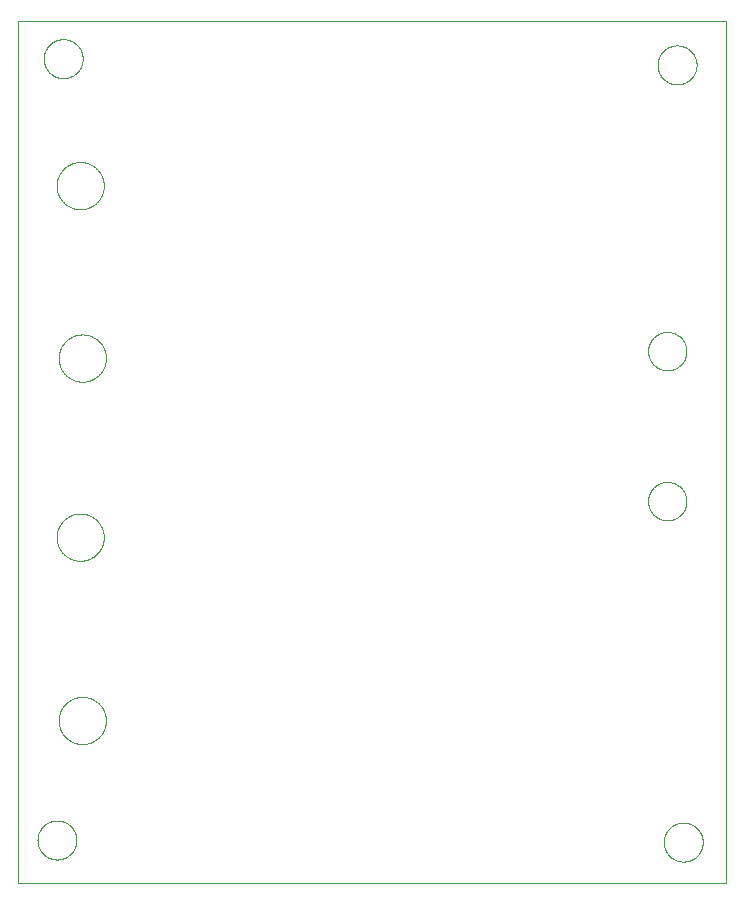
<source format=gtp>
G75*
%MOIN*%
%OFA0B0*%
%FSLAX25Y25*%
%IPPOS*%
%LPD*%
%AMOC8*
5,1,8,0,0,1.08239X$1,22.5*
%
%ADD10C,0.00000*%
D10*
X0005157Y0001000D02*
X0005157Y0288402D01*
X0241378Y0288402D01*
X0241378Y0001000D01*
X0005157Y0001000D01*
X0011748Y0015469D02*
X0011750Y0015630D01*
X0011756Y0015790D01*
X0011766Y0015951D01*
X0011780Y0016111D01*
X0011798Y0016271D01*
X0011819Y0016430D01*
X0011845Y0016589D01*
X0011875Y0016747D01*
X0011908Y0016904D01*
X0011946Y0017061D01*
X0011987Y0017216D01*
X0012032Y0017370D01*
X0012081Y0017523D01*
X0012134Y0017675D01*
X0012190Y0017826D01*
X0012251Y0017975D01*
X0012314Y0018123D01*
X0012382Y0018269D01*
X0012453Y0018413D01*
X0012527Y0018555D01*
X0012605Y0018696D01*
X0012687Y0018834D01*
X0012772Y0018971D01*
X0012860Y0019105D01*
X0012952Y0019237D01*
X0013047Y0019367D01*
X0013145Y0019495D01*
X0013246Y0019620D01*
X0013350Y0019742D01*
X0013457Y0019862D01*
X0013567Y0019979D01*
X0013680Y0020094D01*
X0013796Y0020205D01*
X0013915Y0020314D01*
X0014036Y0020419D01*
X0014160Y0020522D01*
X0014286Y0020622D01*
X0014414Y0020718D01*
X0014545Y0020811D01*
X0014679Y0020901D01*
X0014814Y0020988D01*
X0014952Y0021071D01*
X0015091Y0021151D01*
X0015233Y0021227D01*
X0015376Y0021300D01*
X0015521Y0021369D01*
X0015668Y0021435D01*
X0015816Y0021497D01*
X0015966Y0021555D01*
X0016117Y0021610D01*
X0016270Y0021661D01*
X0016424Y0021708D01*
X0016579Y0021751D01*
X0016735Y0021790D01*
X0016891Y0021826D01*
X0017049Y0021857D01*
X0017207Y0021885D01*
X0017366Y0021909D01*
X0017526Y0021929D01*
X0017686Y0021945D01*
X0017846Y0021957D01*
X0018007Y0021965D01*
X0018168Y0021969D01*
X0018328Y0021969D01*
X0018489Y0021965D01*
X0018650Y0021957D01*
X0018810Y0021945D01*
X0018970Y0021929D01*
X0019130Y0021909D01*
X0019289Y0021885D01*
X0019447Y0021857D01*
X0019605Y0021826D01*
X0019761Y0021790D01*
X0019917Y0021751D01*
X0020072Y0021708D01*
X0020226Y0021661D01*
X0020379Y0021610D01*
X0020530Y0021555D01*
X0020680Y0021497D01*
X0020828Y0021435D01*
X0020975Y0021369D01*
X0021120Y0021300D01*
X0021263Y0021227D01*
X0021405Y0021151D01*
X0021544Y0021071D01*
X0021682Y0020988D01*
X0021817Y0020901D01*
X0021951Y0020811D01*
X0022082Y0020718D01*
X0022210Y0020622D01*
X0022336Y0020522D01*
X0022460Y0020419D01*
X0022581Y0020314D01*
X0022700Y0020205D01*
X0022816Y0020094D01*
X0022929Y0019979D01*
X0023039Y0019862D01*
X0023146Y0019742D01*
X0023250Y0019620D01*
X0023351Y0019495D01*
X0023449Y0019367D01*
X0023544Y0019237D01*
X0023636Y0019105D01*
X0023724Y0018971D01*
X0023809Y0018834D01*
X0023891Y0018696D01*
X0023969Y0018555D01*
X0024043Y0018413D01*
X0024114Y0018269D01*
X0024182Y0018123D01*
X0024245Y0017975D01*
X0024306Y0017826D01*
X0024362Y0017675D01*
X0024415Y0017523D01*
X0024464Y0017370D01*
X0024509Y0017216D01*
X0024550Y0017061D01*
X0024588Y0016904D01*
X0024621Y0016747D01*
X0024651Y0016589D01*
X0024677Y0016430D01*
X0024698Y0016271D01*
X0024716Y0016111D01*
X0024730Y0015951D01*
X0024740Y0015790D01*
X0024746Y0015630D01*
X0024748Y0015469D01*
X0024746Y0015308D01*
X0024740Y0015148D01*
X0024730Y0014987D01*
X0024716Y0014827D01*
X0024698Y0014667D01*
X0024677Y0014508D01*
X0024651Y0014349D01*
X0024621Y0014191D01*
X0024588Y0014034D01*
X0024550Y0013877D01*
X0024509Y0013722D01*
X0024464Y0013568D01*
X0024415Y0013415D01*
X0024362Y0013263D01*
X0024306Y0013112D01*
X0024245Y0012963D01*
X0024182Y0012815D01*
X0024114Y0012669D01*
X0024043Y0012525D01*
X0023969Y0012383D01*
X0023891Y0012242D01*
X0023809Y0012104D01*
X0023724Y0011967D01*
X0023636Y0011833D01*
X0023544Y0011701D01*
X0023449Y0011571D01*
X0023351Y0011443D01*
X0023250Y0011318D01*
X0023146Y0011196D01*
X0023039Y0011076D01*
X0022929Y0010959D01*
X0022816Y0010844D01*
X0022700Y0010733D01*
X0022581Y0010624D01*
X0022460Y0010519D01*
X0022336Y0010416D01*
X0022210Y0010316D01*
X0022082Y0010220D01*
X0021951Y0010127D01*
X0021817Y0010037D01*
X0021682Y0009950D01*
X0021544Y0009867D01*
X0021405Y0009787D01*
X0021263Y0009711D01*
X0021120Y0009638D01*
X0020975Y0009569D01*
X0020828Y0009503D01*
X0020680Y0009441D01*
X0020530Y0009383D01*
X0020379Y0009328D01*
X0020226Y0009277D01*
X0020072Y0009230D01*
X0019917Y0009187D01*
X0019761Y0009148D01*
X0019605Y0009112D01*
X0019447Y0009081D01*
X0019289Y0009053D01*
X0019130Y0009029D01*
X0018970Y0009009D01*
X0018810Y0008993D01*
X0018650Y0008981D01*
X0018489Y0008973D01*
X0018328Y0008969D01*
X0018168Y0008969D01*
X0018007Y0008973D01*
X0017846Y0008981D01*
X0017686Y0008993D01*
X0017526Y0009009D01*
X0017366Y0009029D01*
X0017207Y0009053D01*
X0017049Y0009081D01*
X0016891Y0009112D01*
X0016735Y0009148D01*
X0016579Y0009187D01*
X0016424Y0009230D01*
X0016270Y0009277D01*
X0016117Y0009328D01*
X0015966Y0009383D01*
X0015816Y0009441D01*
X0015668Y0009503D01*
X0015521Y0009569D01*
X0015376Y0009638D01*
X0015233Y0009711D01*
X0015091Y0009787D01*
X0014952Y0009867D01*
X0014814Y0009950D01*
X0014679Y0010037D01*
X0014545Y0010127D01*
X0014414Y0010220D01*
X0014286Y0010316D01*
X0014160Y0010416D01*
X0014036Y0010519D01*
X0013915Y0010624D01*
X0013796Y0010733D01*
X0013680Y0010844D01*
X0013567Y0010959D01*
X0013457Y0011076D01*
X0013350Y0011196D01*
X0013246Y0011318D01*
X0013145Y0011443D01*
X0013047Y0011571D01*
X0012952Y0011701D01*
X0012860Y0011833D01*
X0012772Y0011967D01*
X0012687Y0012104D01*
X0012605Y0012242D01*
X0012527Y0012383D01*
X0012453Y0012525D01*
X0012382Y0012669D01*
X0012314Y0012815D01*
X0012251Y0012963D01*
X0012190Y0013112D01*
X0012134Y0013263D01*
X0012081Y0013415D01*
X0012032Y0013568D01*
X0011987Y0013722D01*
X0011946Y0013877D01*
X0011908Y0014034D01*
X0011875Y0014191D01*
X0011845Y0014349D01*
X0011819Y0014508D01*
X0011798Y0014667D01*
X0011780Y0014827D01*
X0011766Y0014987D01*
X0011756Y0015148D01*
X0011750Y0015308D01*
X0011748Y0015469D01*
X0018799Y0055311D02*
X0018801Y0055504D01*
X0018808Y0055697D01*
X0018820Y0055890D01*
X0018837Y0056083D01*
X0018858Y0056275D01*
X0018884Y0056466D01*
X0018915Y0056657D01*
X0018950Y0056847D01*
X0018990Y0057036D01*
X0019035Y0057224D01*
X0019084Y0057411D01*
X0019138Y0057597D01*
X0019196Y0057781D01*
X0019259Y0057964D01*
X0019327Y0058145D01*
X0019398Y0058324D01*
X0019475Y0058502D01*
X0019555Y0058678D01*
X0019640Y0058851D01*
X0019729Y0059023D01*
X0019822Y0059192D01*
X0019919Y0059359D01*
X0020021Y0059524D01*
X0020126Y0059686D01*
X0020235Y0059845D01*
X0020349Y0060002D01*
X0020466Y0060155D01*
X0020586Y0060306D01*
X0020711Y0060454D01*
X0020839Y0060599D01*
X0020970Y0060740D01*
X0021105Y0060879D01*
X0021244Y0061014D01*
X0021385Y0061145D01*
X0021530Y0061273D01*
X0021678Y0061398D01*
X0021829Y0061518D01*
X0021982Y0061635D01*
X0022139Y0061749D01*
X0022298Y0061858D01*
X0022460Y0061963D01*
X0022625Y0062065D01*
X0022792Y0062162D01*
X0022961Y0062255D01*
X0023133Y0062344D01*
X0023306Y0062429D01*
X0023482Y0062509D01*
X0023660Y0062586D01*
X0023839Y0062657D01*
X0024020Y0062725D01*
X0024203Y0062788D01*
X0024387Y0062846D01*
X0024573Y0062900D01*
X0024760Y0062949D01*
X0024948Y0062994D01*
X0025137Y0063034D01*
X0025327Y0063069D01*
X0025518Y0063100D01*
X0025709Y0063126D01*
X0025901Y0063147D01*
X0026094Y0063164D01*
X0026287Y0063176D01*
X0026480Y0063183D01*
X0026673Y0063185D01*
X0026866Y0063183D01*
X0027059Y0063176D01*
X0027252Y0063164D01*
X0027445Y0063147D01*
X0027637Y0063126D01*
X0027828Y0063100D01*
X0028019Y0063069D01*
X0028209Y0063034D01*
X0028398Y0062994D01*
X0028586Y0062949D01*
X0028773Y0062900D01*
X0028959Y0062846D01*
X0029143Y0062788D01*
X0029326Y0062725D01*
X0029507Y0062657D01*
X0029686Y0062586D01*
X0029864Y0062509D01*
X0030040Y0062429D01*
X0030213Y0062344D01*
X0030385Y0062255D01*
X0030554Y0062162D01*
X0030721Y0062065D01*
X0030886Y0061963D01*
X0031048Y0061858D01*
X0031207Y0061749D01*
X0031364Y0061635D01*
X0031517Y0061518D01*
X0031668Y0061398D01*
X0031816Y0061273D01*
X0031961Y0061145D01*
X0032102Y0061014D01*
X0032241Y0060879D01*
X0032376Y0060740D01*
X0032507Y0060599D01*
X0032635Y0060454D01*
X0032760Y0060306D01*
X0032880Y0060155D01*
X0032997Y0060002D01*
X0033111Y0059845D01*
X0033220Y0059686D01*
X0033325Y0059524D01*
X0033427Y0059359D01*
X0033524Y0059192D01*
X0033617Y0059023D01*
X0033706Y0058851D01*
X0033791Y0058678D01*
X0033871Y0058502D01*
X0033948Y0058324D01*
X0034019Y0058145D01*
X0034087Y0057964D01*
X0034150Y0057781D01*
X0034208Y0057597D01*
X0034262Y0057411D01*
X0034311Y0057224D01*
X0034356Y0057036D01*
X0034396Y0056847D01*
X0034431Y0056657D01*
X0034462Y0056466D01*
X0034488Y0056275D01*
X0034509Y0056083D01*
X0034526Y0055890D01*
X0034538Y0055697D01*
X0034545Y0055504D01*
X0034547Y0055311D01*
X0034545Y0055118D01*
X0034538Y0054925D01*
X0034526Y0054732D01*
X0034509Y0054539D01*
X0034488Y0054347D01*
X0034462Y0054156D01*
X0034431Y0053965D01*
X0034396Y0053775D01*
X0034356Y0053586D01*
X0034311Y0053398D01*
X0034262Y0053211D01*
X0034208Y0053025D01*
X0034150Y0052841D01*
X0034087Y0052658D01*
X0034019Y0052477D01*
X0033948Y0052298D01*
X0033871Y0052120D01*
X0033791Y0051944D01*
X0033706Y0051771D01*
X0033617Y0051599D01*
X0033524Y0051430D01*
X0033427Y0051263D01*
X0033325Y0051098D01*
X0033220Y0050936D01*
X0033111Y0050777D01*
X0032997Y0050620D01*
X0032880Y0050467D01*
X0032760Y0050316D01*
X0032635Y0050168D01*
X0032507Y0050023D01*
X0032376Y0049882D01*
X0032241Y0049743D01*
X0032102Y0049608D01*
X0031961Y0049477D01*
X0031816Y0049349D01*
X0031668Y0049224D01*
X0031517Y0049104D01*
X0031364Y0048987D01*
X0031207Y0048873D01*
X0031048Y0048764D01*
X0030886Y0048659D01*
X0030721Y0048557D01*
X0030554Y0048460D01*
X0030385Y0048367D01*
X0030213Y0048278D01*
X0030040Y0048193D01*
X0029864Y0048113D01*
X0029686Y0048036D01*
X0029507Y0047965D01*
X0029326Y0047897D01*
X0029143Y0047834D01*
X0028959Y0047776D01*
X0028773Y0047722D01*
X0028586Y0047673D01*
X0028398Y0047628D01*
X0028209Y0047588D01*
X0028019Y0047553D01*
X0027828Y0047522D01*
X0027637Y0047496D01*
X0027445Y0047475D01*
X0027252Y0047458D01*
X0027059Y0047446D01*
X0026866Y0047439D01*
X0026673Y0047437D01*
X0026480Y0047439D01*
X0026287Y0047446D01*
X0026094Y0047458D01*
X0025901Y0047475D01*
X0025709Y0047496D01*
X0025518Y0047522D01*
X0025327Y0047553D01*
X0025137Y0047588D01*
X0024948Y0047628D01*
X0024760Y0047673D01*
X0024573Y0047722D01*
X0024387Y0047776D01*
X0024203Y0047834D01*
X0024020Y0047897D01*
X0023839Y0047965D01*
X0023660Y0048036D01*
X0023482Y0048113D01*
X0023306Y0048193D01*
X0023133Y0048278D01*
X0022961Y0048367D01*
X0022792Y0048460D01*
X0022625Y0048557D01*
X0022460Y0048659D01*
X0022298Y0048764D01*
X0022139Y0048873D01*
X0021982Y0048987D01*
X0021829Y0049104D01*
X0021678Y0049224D01*
X0021530Y0049349D01*
X0021385Y0049477D01*
X0021244Y0049608D01*
X0021105Y0049743D01*
X0020970Y0049882D01*
X0020839Y0050023D01*
X0020711Y0050168D01*
X0020586Y0050316D01*
X0020466Y0050467D01*
X0020349Y0050620D01*
X0020235Y0050777D01*
X0020126Y0050936D01*
X0020021Y0051098D01*
X0019919Y0051263D01*
X0019822Y0051430D01*
X0019729Y0051599D01*
X0019640Y0051771D01*
X0019555Y0051944D01*
X0019475Y0052120D01*
X0019398Y0052298D01*
X0019327Y0052477D01*
X0019259Y0052658D01*
X0019196Y0052841D01*
X0019138Y0053025D01*
X0019084Y0053211D01*
X0019035Y0053398D01*
X0018990Y0053586D01*
X0018950Y0053775D01*
X0018915Y0053965D01*
X0018884Y0054156D01*
X0018858Y0054347D01*
X0018837Y0054539D01*
X0018820Y0054732D01*
X0018808Y0054925D01*
X0018801Y0055118D01*
X0018799Y0055311D01*
X0018110Y0116413D02*
X0018112Y0116606D01*
X0018119Y0116799D01*
X0018131Y0116992D01*
X0018148Y0117185D01*
X0018169Y0117377D01*
X0018195Y0117568D01*
X0018226Y0117759D01*
X0018261Y0117949D01*
X0018301Y0118138D01*
X0018346Y0118326D01*
X0018395Y0118513D01*
X0018449Y0118699D01*
X0018507Y0118883D01*
X0018570Y0119066D01*
X0018638Y0119247D01*
X0018709Y0119426D01*
X0018786Y0119604D01*
X0018866Y0119780D01*
X0018951Y0119953D01*
X0019040Y0120125D01*
X0019133Y0120294D01*
X0019230Y0120461D01*
X0019332Y0120626D01*
X0019437Y0120788D01*
X0019546Y0120947D01*
X0019660Y0121104D01*
X0019777Y0121257D01*
X0019897Y0121408D01*
X0020022Y0121556D01*
X0020150Y0121701D01*
X0020281Y0121842D01*
X0020416Y0121981D01*
X0020555Y0122116D01*
X0020696Y0122247D01*
X0020841Y0122375D01*
X0020989Y0122500D01*
X0021140Y0122620D01*
X0021293Y0122737D01*
X0021450Y0122851D01*
X0021609Y0122960D01*
X0021771Y0123065D01*
X0021936Y0123167D01*
X0022103Y0123264D01*
X0022272Y0123357D01*
X0022444Y0123446D01*
X0022617Y0123531D01*
X0022793Y0123611D01*
X0022971Y0123688D01*
X0023150Y0123759D01*
X0023331Y0123827D01*
X0023514Y0123890D01*
X0023698Y0123948D01*
X0023884Y0124002D01*
X0024071Y0124051D01*
X0024259Y0124096D01*
X0024448Y0124136D01*
X0024638Y0124171D01*
X0024829Y0124202D01*
X0025020Y0124228D01*
X0025212Y0124249D01*
X0025405Y0124266D01*
X0025598Y0124278D01*
X0025791Y0124285D01*
X0025984Y0124287D01*
X0026177Y0124285D01*
X0026370Y0124278D01*
X0026563Y0124266D01*
X0026756Y0124249D01*
X0026948Y0124228D01*
X0027139Y0124202D01*
X0027330Y0124171D01*
X0027520Y0124136D01*
X0027709Y0124096D01*
X0027897Y0124051D01*
X0028084Y0124002D01*
X0028270Y0123948D01*
X0028454Y0123890D01*
X0028637Y0123827D01*
X0028818Y0123759D01*
X0028997Y0123688D01*
X0029175Y0123611D01*
X0029351Y0123531D01*
X0029524Y0123446D01*
X0029696Y0123357D01*
X0029865Y0123264D01*
X0030032Y0123167D01*
X0030197Y0123065D01*
X0030359Y0122960D01*
X0030518Y0122851D01*
X0030675Y0122737D01*
X0030828Y0122620D01*
X0030979Y0122500D01*
X0031127Y0122375D01*
X0031272Y0122247D01*
X0031413Y0122116D01*
X0031552Y0121981D01*
X0031687Y0121842D01*
X0031818Y0121701D01*
X0031946Y0121556D01*
X0032071Y0121408D01*
X0032191Y0121257D01*
X0032308Y0121104D01*
X0032422Y0120947D01*
X0032531Y0120788D01*
X0032636Y0120626D01*
X0032738Y0120461D01*
X0032835Y0120294D01*
X0032928Y0120125D01*
X0033017Y0119953D01*
X0033102Y0119780D01*
X0033182Y0119604D01*
X0033259Y0119426D01*
X0033330Y0119247D01*
X0033398Y0119066D01*
X0033461Y0118883D01*
X0033519Y0118699D01*
X0033573Y0118513D01*
X0033622Y0118326D01*
X0033667Y0118138D01*
X0033707Y0117949D01*
X0033742Y0117759D01*
X0033773Y0117568D01*
X0033799Y0117377D01*
X0033820Y0117185D01*
X0033837Y0116992D01*
X0033849Y0116799D01*
X0033856Y0116606D01*
X0033858Y0116413D01*
X0033856Y0116220D01*
X0033849Y0116027D01*
X0033837Y0115834D01*
X0033820Y0115641D01*
X0033799Y0115449D01*
X0033773Y0115258D01*
X0033742Y0115067D01*
X0033707Y0114877D01*
X0033667Y0114688D01*
X0033622Y0114500D01*
X0033573Y0114313D01*
X0033519Y0114127D01*
X0033461Y0113943D01*
X0033398Y0113760D01*
X0033330Y0113579D01*
X0033259Y0113400D01*
X0033182Y0113222D01*
X0033102Y0113046D01*
X0033017Y0112873D01*
X0032928Y0112701D01*
X0032835Y0112532D01*
X0032738Y0112365D01*
X0032636Y0112200D01*
X0032531Y0112038D01*
X0032422Y0111879D01*
X0032308Y0111722D01*
X0032191Y0111569D01*
X0032071Y0111418D01*
X0031946Y0111270D01*
X0031818Y0111125D01*
X0031687Y0110984D01*
X0031552Y0110845D01*
X0031413Y0110710D01*
X0031272Y0110579D01*
X0031127Y0110451D01*
X0030979Y0110326D01*
X0030828Y0110206D01*
X0030675Y0110089D01*
X0030518Y0109975D01*
X0030359Y0109866D01*
X0030197Y0109761D01*
X0030032Y0109659D01*
X0029865Y0109562D01*
X0029696Y0109469D01*
X0029524Y0109380D01*
X0029351Y0109295D01*
X0029175Y0109215D01*
X0028997Y0109138D01*
X0028818Y0109067D01*
X0028637Y0108999D01*
X0028454Y0108936D01*
X0028270Y0108878D01*
X0028084Y0108824D01*
X0027897Y0108775D01*
X0027709Y0108730D01*
X0027520Y0108690D01*
X0027330Y0108655D01*
X0027139Y0108624D01*
X0026948Y0108598D01*
X0026756Y0108577D01*
X0026563Y0108560D01*
X0026370Y0108548D01*
X0026177Y0108541D01*
X0025984Y0108539D01*
X0025791Y0108541D01*
X0025598Y0108548D01*
X0025405Y0108560D01*
X0025212Y0108577D01*
X0025020Y0108598D01*
X0024829Y0108624D01*
X0024638Y0108655D01*
X0024448Y0108690D01*
X0024259Y0108730D01*
X0024071Y0108775D01*
X0023884Y0108824D01*
X0023698Y0108878D01*
X0023514Y0108936D01*
X0023331Y0108999D01*
X0023150Y0109067D01*
X0022971Y0109138D01*
X0022793Y0109215D01*
X0022617Y0109295D01*
X0022444Y0109380D01*
X0022272Y0109469D01*
X0022103Y0109562D01*
X0021936Y0109659D01*
X0021771Y0109761D01*
X0021609Y0109866D01*
X0021450Y0109975D01*
X0021293Y0110089D01*
X0021140Y0110206D01*
X0020989Y0110326D01*
X0020841Y0110451D01*
X0020696Y0110579D01*
X0020555Y0110710D01*
X0020416Y0110845D01*
X0020281Y0110984D01*
X0020150Y0111125D01*
X0020022Y0111270D01*
X0019897Y0111418D01*
X0019777Y0111569D01*
X0019660Y0111722D01*
X0019546Y0111879D01*
X0019437Y0112038D01*
X0019332Y0112200D01*
X0019230Y0112365D01*
X0019133Y0112532D01*
X0019040Y0112701D01*
X0018951Y0112873D01*
X0018866Y0113046D01*
X0018786Y0113222D01*
X0018709Y0113400D01*
X0018638Y0113579D01*
X0018570Y0113760D01*
X0018507Y0113943D01*
X0018449Y0114127D01*
X0018395Y0114313D01*
X0018346Y0114500D01*
X0018301Y0114688D01*
X0018261Y0114877D01*
X0018226Y0115067D01*
X0018195Y0115258D01*
X0018169Y0115449D01*
X0018148Y0115641D01*
X0018131Y0115834D01*
X0018119Y0116027D01*
X0018112Y0116220D01*
X0018110Y0116413D01*
X0018799Y0176118D02*
X0018801Y0176311D01*
X0018808Y0176504D01*
X0018820Y0176697D01*
X0018837Y0176890D01*
X0018858Y0177082D01*
X0018884Y0177273D01*
X0018915Y0177464D01*
X0018950Y0177654D01*
X0018990Y0177843D01*
X0019035Y0178031D01*
X0019084Y0178218D01*
X0019138Y0178404D01*
X0019196Y0178588D01*
X0019259Y0178771D01*
X0019327Y0178952D01*
X0019398Y0179131D01*
X0019475Y0179309D01*
X0019555Y0179485D01*
X0019640Y0179658D01*
X0019729Y0179830D01*
X0019822Y0179999D01*
X0019919Y0180166D01*
X0020021Y0180331D01*
X0020126Y0180493D01*
X0020235Y0180652D01*
X0020349Y0180809D01*
X0020466Y0180962D01*
X0020586Y0181113D01*
X0020711Y0181261D01*
X0020839Y0181406D01*
X0020970Y0181547D01*
X0021105Y0181686D01*
X0021244Y0181821D01*
X0021385Y0181952D01*
X0021530Y0182080D01*
X0021678Y0182205D01*
X0021829Y0182325D01*
X0021982Y0182442D01*
X0022139Y0182556D01*
X0022298Y0182665D01*
X0022460Y0182770D01*
X0022625Y0182872D01*
X0022792Y0182969D01*
X0022961Y0183062D01*
X0023133Y0183151D01*
X0023306Y0183236D01*
X0023482Y0183316D01*
X0023660Y0183393D01*
X0023839Y0183464D01*
X0024020Y0183532D01*
X0024203Y0183595D01*
X0024387Y0183653D01*
X0024573Y0183707D01*
X0024760Y0183756D01*
X0024948Y0183801D01*
X0025137Y0183841D01*
X0025327Y0183876D01*
X0025518Y0183907D01*
X0025709Y0183933D01*
X0025901Y0183954D01*
X0026094Y0183971D01*
X0026287Y0183983D01*
X0026480Y0183990D01*
X0026673Y0183992D01*
X0026866Y0183990D01*
X0027059Y0183983D01*
X0027252Y0183971D01*
X0027445Y0183954D01*
X0027637Y0183933D01*
X0027828Y0183907D01*
X0028019Y0183876D01*
X0028209Y0183841D01*
X0028398Y0183801D01*
X0028586Y0183756D01*
X0028773Y0183707D01*
X0028959Y0183653D01*
X0029143Y0183595D01*
X0029326Y0183532D01*
X0029507Y0183464D01*
X0029686Y0183393D01*
X0029864Y0183316D01*
X0030040Y0183236D01*
X0030213Y0183151D01*
X0030385Y0183062D01*
X0030554Y0182969D01*
X0030721Y0182872D01*
X0030886Y0182770D01*
X0031048Y0182665D01*
X0031207Y0182556D01*
X0031364Y0182442D01*
X0031517Y0182325D01*
X0031668Y0182205D01*
X0031816Y0182080D01*
X0031961Y0181952D01*
X0032102Y0181821D01*
X0032241Y0181686D01*
X0032376Y0181547D01*
X0032507Y0181406D01*
X0032635Y0181261D01*
X0032760Y0181113D01*
X0032880Y0180962D01*
X0032997Y0180809D01*
X0033111Y0180652D01*
X0033220Y0180493D01*
X0033325Y0180331D01*
X0033427Y0180166D01*
X0033524Y0179999D01*
X0033617Y0179830D01*
X0033706Y0179658D01*
X0033791Y0179485D01*
X0033871Y0179309D01*
X0033948Y0179131D01*
X0034019Y0178952D01*
X0034087Y0178771D01*
X0034150Y0178588D01*
X0034208Y0178404D01*
X0034262Y0178218D01*
X0034311Y0178031D01*
X0034356Y0177843D01*
X0034396Y0177654D01*
X0034431Y0177464D01*
X0034462Y0177273D01*
X0034488Y0177082D01*
X0034509Y0176890D01*
X0034526Y0176697D01*
X0034538Y0176504D01*
X0034545Y0176311D01*
X0034547Y0176118D01*
X0034545Y0175925D01*
X0034538Y0175732D01*
X0034526Y0175539D01*
X0034509Y0175346D01*
X0034488Y0175154D01*
X0034462Y0174963D01*
X0034431Y0174772D01*
X0034396Y0174582D01*
X0034356Y0174393D01*
X0034311Y0174205D01*
X0034262Y0174018D01*
X0034208Y0173832D01*
X0034150Y0173648D01*
X0034087Y0173465D01*
X0034019Y0173284D01*
X0033948Y0173105D01*
X0033871Y0172927D01*
X0033791Y0172751D01*
X0033706Y0172578D01*
X0033617Y0172406D01*
X0033524Y0172237D01*
X0033427Y0172070D01*
X0033325Y0171905D01*
X0033220Y0171743D01*
X0033111Y0171584D01*
X0032997Y0171427D01*
X0032880Y0171274D01*
X0032760Y0171123D01*
X0032635Y0170975D01*
X0032507Y0170830D01*
X0032376Y0170689D01*
X0032241Y0170550D01*
X0032102Y0170415D01*
X0031961Y0170284D01*
X0031816Y0170156D01*
X0031668Y0170031D01*
X0031517Y0169911D01*
X0031364Y0169794D01*
X0031207Y0169680D01*
X0031048Y0169571D01*
X0030886Y0169466D01*
X0030721Y0169364D01*
X0030554Y0169267D01*
X0030385Y0169174D01*
X0030213Y0169085D01*
X0030040Y0169000D01*
X0029864Y0168920D01*
X0029686Y0168843D01*
X0029507Y0168772D01*
X0029326Y0168704D01*
X0029143Y0168641D01*
X0028959Y0168583D01*
X0028773Y0168529D01*
X0028586Y0168480D01*
X0028398Y0168435D01*
X0028209Y0168395D01*
X0028019Y0168360D01*
X0027828Y0168329D01*
X0027637Y0168303D01*
X0027445Y0168282D01*
X0027252Y0168265D01*
X0027059Y0168253D01*
X0026866Y0168246D01*
X0026673Y0168244D01*
X0026480Y0168246D01*
X0026287Y0168253D01*
X0026094Y0168265D01*
X0025901Y0168282D01*
X0025709Y0168303D01*
X0025518Y0168329D01*
X0025327Y0168360D01*
X0025137Y0168395D01*
X0024948Y0168435D01*
X0024760Y0168480D01*
X0024573Y0168529D01*
X0024387Y0168583D01*
X0024203Y0168641D01*
X0024020Y0168704D01*
X0023839Y0168772D01*
X0023660Y0168843D01*
X0023482Y0168920D01*
X0023306Y0169000D01*
X0023133Y0169085D01*
X0022961Y0169174D01*
X0022792Y0169267D01*
X0022625Y0169364D01*
X0022460Y0169466D01*
X0022298Y0169571D01*
X0022139Y0169680D01*
X0021982Y0169794D01*
X0021829Y0169911D01*
X0021678Y0170031D01*
X0021530Y0170156D01*
X0021385Y0170284D01*
X0021244Y0170415D01*
X0021105Y0170550D01*
X0020970Y0170689D01*
X0020839Y0170830D01*
X0020711Y0170975D01*
X0020586Y0171123D01*
X0020466Y0171274D01*
X0020349Y0171427D01*
X0020235Y0171584D01*
X0020126Y0171743D01*
X0020021Y0171905D01*
X0019919Y0172070D01*
X0019822Y0172237D01*
X0019729Y0172406D01*
X0019640Y0172578D01*
X0019555Y0172751D01*
X0019475Y0172927D01*
X0019398Y0173105D01*
X0019327Y0173284D01*
X0019259Y0173465D01*
X0019196Y0173648D01*
X0019138Y0173832D01*
X0019084Y0174018D01*
X0019035Y0174205D01*
X0018990Y0174393D01*
X0018950Y0174582D01*
X0018915Y0174772D01*
X0018884Y0174963D01*
X0018858Y0175154D01*
X0018837Y0175346D01*
X0018820Y0175539D01*
X0018808Y0175732D01*
X0018801Y0175925D01*
X0018799Y0176118D01*
X0018110Y0233598D02*
X0018112Y0233791D01*
X0018119Y0233984D01*
X0018131Y0234177D01*
X0018148Y0234370D01*
X0018169Y0234562D01*
X0018195Y0234753D01*
X0018226Y0234944D01*
X0018261Y0235134D01*
X0018301Y0235323D01*
X0018346Y0235511D01*
X0018395Y0235698D01*
X0018449Y0235884D01*
X0018507Y0236068D01*
X0018570Y0236251D01*
X0018638Y0236432D01*
X0018709Y0236611D01*
X0018786Y0236789D01*
X0018866Y0236965D01*
X0018951Y0237138D01*
X0019040Y0237310D01*
X0019133Y0237479D01*
X0019230Y0237646D01*
X0019332Y0237811D01*
X0019437Y0237973D01*
X0019546Y0238132D01*
X0019660Y0238289D01*
X0019777Y0238442D01*
X0019897Y0238593D01*
X0020022Y0238741D01*
X0020150Y0238886D01*
X0020281Y0239027D01*
X0020416Y0239166D01*
X0020555Y0239301D01*
X0020696Y0239432D01*
X0020841Y0239560D01*
X0020989Y0239685D01*
X0021140Y0239805D01*
X0021293Y0239922D01*
X0021450Y0240036D01*
X0021609Y0240145D01*
X0021771Y0240250D01*
X0021936Y0240352D01*
X0022103Y0240449D01*
X0022272Y0240542D01*
X0022444Y0240631D01*
X0022617Y0240716D01*
X0022793Y0240796D01*
X0022971Y0240873D01*
X0023150Y0240944D01*
X0023331Y0241012D01*
X0023514Y0241075D01*
X0023698Y0241133D01*
X0023884Y0241187D01*
X0024071Y0241236D01*
X0024259Y0241281D01*
X0024448Y0241321D01*
X0024638Y0241356D01*
X0024829Y0241387D01*
X0025020Y0241413D01*
X0025212Y0241434D01*
X0025405Y0241451D01*
X0025598Y0241463D01*
X0025791Y0241470D01*
X0025984Y0241472D01*
X0026177Y0241470D01*
X0026370Y0241463D01*
X0026563Y0241451D01*
X0026756Y0241434D01*
X0026948Y0241413D01*
X0027139Y0241387D01*
X0027330Y0241356D01*
X0027520Y0241321D01*
X0027709Y0241281D01*
X0027897Y0241236D01*
X0028084Y0241187D01*
X0028270Y0241133D01*
X0028454Y0241075D01*
X0028637Y0241012D01*
X0028818Y0240944D01*
X0028997Y0240873D01*
X0029175Y0240796D01*
X0029351Y0240716D01*
X0029524Y0240631D01*
X0029696Y0240542D01*
X0029865Y0240449D01*
X0030032Y0240352D01*
X0030197Y0240250D01*
X0030359Y0240145D01*
X0030518Y0240036D01*
X0030675Y0239922D01*
X0030828Y0239805D01*
X0030979Y0239685D01*
X0031127Y0239560D01*
X0031272Y0239432D01*
X0031413Y0239301D01*
X0031552Y0239166D01*
X0031687Y0239027D01*
X0031818Y0238886D01*
X0031946Y0238741D01*
X0032071Y0238593D01*
X0032191Y0238442D01*
X0032308Y0238289D01*
X0032422Y0238132D01*
X0032531Y0237973D01*
X0032636Y0237811D01*
X0032738Y0237646D01*
X0032835Y0237479D01*
X0032928Y0237310D01*
X0033017Y0237138D01*
X0033102Y0236965D01*
X0033182Y0236789D01*
X0033259Y0236611D01*
X0033330Y0236432D01*
X0033398Y0236251D01*
X0033461Y0236068D01*
X0033519Y0235884D01*
X0033573Y0235698D01*
X0033622Y0235511D01*
X0033667Y0235323D01*
X0033707Y0235134D01*
X0033742Y0234944D01*
X0033773Y0234753D01*
X0033799Y0234562D01*
X0033820Y0234370D01*
X0033837Y0234177D01*
X0033849Y0233984D01*
X0033856Y0233791D01*
X0033858Y0233598D01*
X0033856Y0233405D01*
X0033849Y0233212D01*
X0033837Y0233019D01*
X0033820Y0232826D01*
X0033799Y0232634D01*
X0033773Y0232443D01*
X0033742Y0232252D01*
X0033707Y0232062D01*
X0033667Y0231873D01*
X0033622Y0231685D01*
X0033573Y0231498D01*
X0033519Y0231312D01*
X0033461Y0231128D01*
X0033398Y0230945D01*
X0033330Y0230764D01*
X0033259Y0230585D01*
X0033182Y0230407D01*
X0033102Y0230231D01*
X0033017Y0230058D01*
X0032928Y0229886D01*
X0032835Y0229717D01*
X0032738Y0229550D01*
X0032636Y0229385D01*
X0032531Y0229223D01*
X0032422Y0229064D01*
X0032308Y0228907D01*
X0032191Y0228754D01*
X0032071Y0228603D01*
X0031946Y0228455D01*
X0031818Y0228310D01*
X0031687Y0228169D01*
X0031552Y0228030D01*
X0031413Y0227895D01*
X0031272Y0227764D01*
X0031127Y0227636D01*
X0030979Y0227511D01*
X0030828Y0227391D01*
X0030675Y0227274D01*
X0030518Y0227160D01*
X0030359Y0227051D01*
X0030197Y0226946D01*
X0030032Y0226844D01*
X0029865Y0226747D01*
X0029696Y0226654D01*
X0029524Y0226565D01*
X0029351Y0226480D01*
X0029175Y0226400D01*
X0028997Y0226323D01*
X0028818Y0226252D01*
X0028637Y0226184D01*
X0028454Y0226121D01*
X0028270Y0226063D01*
X0028084Y0226009D01*
X0027897Y0225960D01*
X0027709Y0225915D01*
X0027520Y0225875D01*
X0027330Y0225840D01*
X0027139Y0225809D01*
X0026948Y0225783D01*
X0026756Y0225762D01*
X0026563Y0225745D01*
X0026370Y0225733D01*
X0026177Y0225726D01*
X0025984Y0225724D01*
X0025791Y0225726D01*
X0025598Y0225733D01*
X0025405Y0225745D01*
X0025212Y0225762D01*
X0025020Y0225783D01*
X0024829Y0225809D01*
X0024638Y0225840D01*
X0024448Y0225875D01*
X0024259Y0225915D01*
X0024071Y0225960D01*
X0023884Y0226009D01*
X0023698Y0226063D01*
X0023514Y0226121D01*
X0023331Y0226184D01*
X0023150Y0226252D01*
X0022971Y0226323D01*
X0022793Y0226400D01*
X0022617Y0226480D01*
X0022444Y0226565D01*
X0022272Y0226654D01*
X0022103Y0226747D01*
X0021936Y0226844D01*
X0021771Y0226946D01*
X0021609Y0227051D01*
X0021450Y0227160D01*
X0021293Y0227274D01*
X0021140Y0227391D01*
X0020989Y0227511D01*
X0020841Y0227636D01*
X0020696Y0227764D01*
X0020555Y0227895D01*
X0020416Y0228030D01*
X0020281Y0228169D01*
X0020150Y0228310D01*
X0020022Y0228455D01*
X0019897Y0228603D01*
X0019777Y0228754D01*
X0019660Y0228907D01*
X0019546Y0229064D01*
X0019437Y0229223D01*
X0019332Y0229385D01*
X0019230Y0229550D01*
X0019133Y0229717D01*
X0019040Y0229886D01*
X0018951Y0230058D01*
X0018866Y0230231D01*
X0018786Y0230407D01*
X0018709Y0230585D01*
X0018638Y0230764D01*
X0018570Y0230945D01*
X0018507Y0231128D01*
X0018449Y0231312D01*
X0018395Y0231498D01*
X0018346Y0231685D01*
X0018301Y0231873D01*
X0018261Y0232062D01*
X0018226Y0232252D01*
X0018195Y0232443D01*
X0018169Y0232634D01*
X0018148Y0232826D01*
X0018131Y0233019D01*
X0018119Y0233212D01*
X0018112Y0233405D01*
X0018110Y0233598D01*
X0013815Y0275902D02*
X0013817Y0276063D01*
X0013823Y0276223D01*
X0013833Y0276384D01*
X0013847Y0276544D01*
X0013865Y0276704D01*
X0013886Y0276863D01*
X0013912Y0277022D01*
X0013942Y0277180D01*
X0013975Y0277337D01*
X0014013Y0277494D01*
X0014054Y0277649D01*
X0014099Y0277803D01*
X0014148Y0277956D01*
X0014201Y0278108D01*
X0014257Y0278259D01*
X0014318Y0278408D01*
X0014381Y0278556D01*
X0014449Y0278702D01*
X0014520Y0278846D01*
X0014594Y0278988D01*
X0014672Y0279129D01*
X0014754Y0279267D01*
X0014839Y0279404D01*
X0014927Y0279538D01*
X0015019Y0279670D01*
X0015114Y0279800D01*
X0015212Y0279928D01*
X0015313Y0280053D01*
X0015417Y0280175D01*
X0015524Y0280295D01*
X0015634Y0280412D01*
X0015747Y0280527D01*
X0015863Y0280638D01*
X0015982Y0280747D01*
X0016103Y0280852D01*
X0016227Y0280955D01*
X0016353Y0281055D01*
X0016481Y0281151D01*
X0016612Y0281244D01*
X0016746Y0281334D01*
X0016881Y0281421D01*
X0017019Y0281504D01*
X0017158Y0281584D01*
X0017300Y0281660D01*
X0017443Y0281733D01*
X0017588Y0281802D01*
X0017735Y0281868D01*
X0017883Y0281930D01*
X0018033Y0281988D01*
X0018184Y0282043D01*
X0018337Y0282094D01*
X0018491Y0282141D01*
X0018646Y0282184D01*
X0018802Y0282223D01*
X0018958Y0282259D01*
X0019116Y0282290D01*
X0019274Y0282318D01*
X0019433Y0282342D01*
X0019593Y0282362D01*
X0019753Y0282378D01*
X0019913Y0282390D01*
X0020074Y0282398D01*
X0020235Y0282402D01*
X0020395Y0282402D01*
X0020556Y0282398D01*
X0020717Y0282390D01*
X0020877Y0282378D01*
X0021037Y0282362D01*
X0021197Y0282342D01*
X0021356Y0282318D01*
X0021514Y0282290D01*
X0021672Y0282259D01*
X0021828Y0282223D01*
X0021984Y0282184D01*
X0022139Y0282141D01*
X0022293Y0282094D01*
X0022446Y0282043D01*
X0022597Y0281988D01*
X0022747Y0281930D01*
X0022895Y0281868D01*
X0023042Y0281802D01*
X0023187Y0281733D01*
X0023330Y0281660D01*
X0023472Y0281584D01*
X0023611Y0281504D01*
X0023749Y0281421D01*
X0023884Y0281334D01*
X0024018Y0281244D01*
X0024149Y0281151D01*
X0024277Y0281055D01*
X0024403Y0280955D01*
X0024527Y0280852D01*
X0024648Y0280747D01*
X0024767Y0280638D01*
X0024883Y0280527D01*
X0024996Y0280412D01*
X0025106Y0280295D01*
X0025213Y0280175D01*
X0025317Y0280053D01*
X0025418Y0279928D01*
X0025516Y0279800D01*
X0025611Y0279670D01*
X0025703Y0279538D01*
X0025791Y0279404D01*
X0025876Y0279267D01*
X0025958Y0279129D01*
X0026036Y0278988D01*
X0026110Y0278846D01*
X0026181Y0278702D01*
X0026249Y0278556D01*
X0026312Y0278408D01*
X0026373Y0278259D01*
X0026429Y0278108D01*
X0026482Y0277956D01*
X0026531Y0277803D01*
X0026576Y0277649D01*
X0026617Y0277494D01*
X0026655Y0277337D01*
X0026688Y0277180D01*
X0026718Y0277022D01*
X0026744Y0276863D01*
X0026765Y0276704D01*
X0026783Y0276544D01*
X0026797Y0276384D01*
X0026807Y0276223D01*
X0026813Y0276063D01*
X0026815Y0275902D01*
X0026813Y0275741D01*
X0026807Y0275581D01*
X0026797Y0275420D01*
X0026783Y0275260D01*
X0026765Y0275100D01*
X0026744Y0274941D01*
X0026718Y0274782D01*
X0026688Y0274624D01*
X0026655Y0274467D01*
X0026617Y0274310D01*
X0026576Y0274155D01*
X0026531Y0274001D01*
X0026482Y0273848D01*
X0026429Y0273696D01*
X0026373Y0273545D01*
X0026312Y0273396D01*
X0026249Y0273248D01*
X0026181Y0273102D01*
X0026110Y0272958D01*
X0026036Y0272816D01*
X0025958Y0272675D01*
X0025876Y0272537D01*
X0025791Y0272400D01*
X0025703Y0272266D01*
X0025611Y0272134D01*
X0025516Y0272004D01*
X0025418Y0271876D01*
X0025317Y0271751D01*
X0025213Y0271629D01*
X0025106Y0271509D01*
X0024996Y0271392D01*
X0024883Y0271277D01*
X0024767Y0271166D01*
X0024648Y0271057D01*
X0024527Y0270952D01*
X0024403Y0270849D01*
X0024277Y0270749D01*
X0024149Y0270653D01*
X0024018Y0270560D01*
X0023884Y0270470D01*
X0023749Y0270383D01*
X0023611Y0270300D01*
X0023472Y0270220D01*
X0023330Y0270144D01*
X0023187Y0270071D01*
X0023042Y0270002D01*
X0022895Y0269936D01*
X0022747Y0269874D01*
X0022597Y0269816D01*
X0022446Y0269761D01*
X0022293Y0269710D01*
X0022139Y0269663D01*
X0021984Y0269620D01*
X0021828Y0269581D01*
X0021672Y0269545D01*
X0021514Y0269514D01*
X0021356Y0269486D01*
X0021197Y0269462D01*
X0021037Y0269442D01*
X0020877Y0269426D01*
X0020717Y0269414D01*
X0020556Y0269406D01*
X0020395Y0269402D01*
X0020235Y0269402D01*
X0020074Y0269406D01*
X0019913Y0269414D01*
X0019753Y0269426D01*
X0019593Y0269442D01*
X0019433Y0269462D01*
X0019274Y0269486D01*
X0019116Y0269514D01*
X0018958Y0269545D01*
X0018802Y0269581D01*
X0018646Y0269620D01*
X0018491Y0269663D01*
X0018337Y0269710D01*
X0018184Y0269761D01*
X0018033Y0269816D01*
X0017883Y0269874D01*
X0017735Y0269936D01*
X0017588Y0270002D01*
X0017443Y0270071D01*
X0017300Y0270144D01*
X0017158Y0270220D01*
X0017019Y0270300D01*
X0016881Y0270383D01*
X0016746Y0270470D01*
X0016612Y0270560D01*
X0016481Y0270653D01*
X0016353Y0270749D01*
X0016227Y0270849D01*
X0016103Y0270952D01*
X0015982Y0271057D01*
X0015863Y0271166D01*
X0015747Y0271277D01*
X0015634Y0271392D01*
X0015524Y0271509D01*
X0015417Y0271629D01*
X0015313Y0271751D01*
X0015212Y0271876D01*
X0015114Y0272004D01*
X0015019Y0272134D01*
X0014927Y0272266D01*
X0014839Y0272400D01*
X0014754Y0272537D01*
X0014672Y0272675D01*
X0014594Y0272816D01*
X0014520Y0272958D01*
X0014449Y0273102D01*
X0014381Y0273248D01*
X0014318Y0273396D01*
X0014257Y0273545D01*
X0014201Y0273696D01*
X0014148Y0273848D01*
X0014099Y0274001D01*
X0014054Y0274155D01*
X0014013Y0274310D01*
X0013975Y0274467D01*
X0013942Y0274624D01*
X0013912Y0274782D01*
X0013886Y0274941D01*
X0013865Y0275100D01*
X0013847Y0275260D01*
X0013833Y0275420D01*
X0013823Y0275581D01*
X0013817Y0275741D01*
X0013815Y0275902D01*
X0215256Y0178421D02*
X0215258Y0178581D01*
X0215264Y0178740D01*
X0215274Y0178899D01*
X0215288Y0179058D01*
X0215306Y0179217D01*
X0215327Y0179375D01*
X0215353Y0179532D01*
X0215383Y0179689D01*
X0215416Y0179845D01*
X0215454Y0180000D01*
X0215495Y0180154D01*
X0215540Y0180307D01*
X0215589Y0180459D01*
X0215642Y0180609D01*
X0215698Y0180758D01*
X0215758Y0180906D01*
X0215822Y0181052D01*
X0215890Y0181197D01*
X0215961Y0181340D01*
X0216035Y0181481D01*
X0216113Y0181620D01*
X0216195Y0181757D01*
X0216280Y0181892D01*
X0216368Y0182025D01*
X0216459Y0182156D01*
X0216554Y0182284D01*
X0216652Y0182410D01*
X0216753Y0182534D01*
X0216857Y0182654D01*
X0216964Y0182773D01*
X0217074Y0182888D01*
X0217187Y0183001D01*
X0217302Y0183111D01*
X0217421Y0183218D01*
X0217541Y0183322D01*
X0217665Y0183423D01*
X0217791Y0183521D01*
X0217919Y0183616D01*
X0218050Y0183707D01*
X0218183Y0183795D01*
X0218318Y0183880D01*
X0218455Y0183962D01*
X0218594Y0184040D01*
X0218735Y0184114D01*
X0218878Y0184185D01*
X0219023Y0184253D01*
X0219169Y0184317D01*
X0219317Y0184377D01*
X0219466Y0184433D01*
X0219616Y0184486D01*
X0219768Y0184535D01*
X0219921Y0184580D01*
X0220075Y0184621D01*
X0220230Y0184659D01*
X0220386Y0184692D01*
X0220543Y0184722D01*
X0220700Y0184748D01*
X0220858Y0184769D01*
X0221017Y0184787D01*
X0221176Y0184801D01*
X0221335Y0184811D01*
X0221494Y0184817D01*
X0221654Y0184819D01*
X0221814Y0184817D01*
X0221973Y0184811D01*
X0222132Y0184801D01*
X0222291Y0184787D01*
X0222450Y0184769D01*
X0222608Y0184748D01*
X0222765Y0184722D01*
X0222922Y0184692D01*
X0223078Y0184659D01*
X0223233Y0184621D01*
X0223387Y0184580D01*
X0223540Y0184535D01*
X0223692Y0184486D01*
X0223842Y0184433D01*
X0223991Y0184377D01*
X0224139Y0184317D01*
X0224285Y0184253D01*
X0224430Y0184185D01*
X0224573Y0184114D01*
X0224714Y0184040D01*
X0224853Y0183962D01*
X0224990Y0183880D01*
X0225125Y0183795D01*
X0225258Y0183707D01*
X0225389Y0183616D01*
X0225517Y0183521D01*
X0225643Y0183423D01*
X0225767Y0183322D01*
X0225887Y0183218D01*
X0226006Y0183111D01*
X0226121Y0183001D01*
X0226234Y0182888D01*
X0226344Y0182773D01*
X0226451Y0182654D01*
X0226555Y0182534D01*
X0226656Y0182410D01*
X0226754Y0182284D01*
X0226849Y0182156D01*
X0226940Y0182025D01*
X0227028Y0181892D01*
X0227113Y0181757D01*
X0227195Y0181620D01*
X0227273Y0181481D01*
X0227347Y0181340D01*
X0227418Y0181197D01*
X0227486Y0181052D01*
X0227550Y0180906D01*
X0227610Y0180758D01*
X0227666Y0180609D01*
X0227719Y0180459D01*
X0227768Y0180307D01*
X0227813Y0180154D01*
X0227854Y0180000D01*
X0227892Y0179845D01*
X0227925Y0179689D01*
X0227955Y0179532D01*
X0227981Y0179375D01*
X0228002Y0179217D01*
X0228020Y0179058D01*
X0228034Y0178899D01*
X0228044Y0178740D01*
X0228050Y0178581D01*
X0228052Y0178421D01*
X0228050Y0178261D01*
X0228044Y0178102D01*
X0228034Y0177943D01*
X0228020Y0177784D01*
X0228002Y0177625D01*
X0227981Y0177467D01*
X0227955Y0177310D01*
X0227925Y0177153D01*
X0227892Y0176997D01*
X0227854Y0176842D01*
X0227813Y0176688D01*
X0227768Y0176535D01*
X0227719Y0176383D01*
X0227666Y0176233D01*
X0227610Y0176084D01*
X0227550Y0175936D01*
X0227486Y0175790D01*
X0227418Y0175645D01*
X0227347Y0175502D01*
X0227273Y0175361D01*
X0227195Y0175222D01*
X0227113Y0175085D01*
X0227028Y0174950D01*
X0226940Y0174817D01*
X0226849Y0174686D01*
X0226754Y0174558D01*
X0226656Y0174432D01*
X0226555Y0174308D01*
X0226451Y0174188D01*
X0226344Y0174069D01*
X0226234Y0173954D01*
X0226121Y0173841D01*
X0226006Y0173731D01*
X0225887Y0173624D01*
X0225767Y0173520D01*
X0225643Y0173419D01*
X0225517Y0173321D01*
X0225389Y0173226D01*
X0225258Y0173135D01*
X0225125Y0173047D01*
X0224990Y0172962D01*
X0224853Y0172880D01*
X0224714Y0172802D01*
X0224573Y0172728D01*
X0224430Y0172657D01*
X0224285Y0172589D01*
X0224139Y0172525D01*
X0223991Y0172465D01*
X0223842Y0172409D01*
X0223692Y0172356D01*
X0223540Y0172307D01*
X0223387Y0172262D01*
X0223233Y0172221D01*
X0223078Y0172183D01*
X0222922Y0172150D01*
X0222765Y0172120D01*
X0222608Y0172094D01*
X0222450Y0172073D01*
X0222291Y0172055D01*
X0222132Y0172041D01*
X0221973Y0172031D01*
X0221814Y0172025D01*
X0221654Y0172023D01*
X0221494Y0172025D01*
X0221335Y0172031D01*
X0221176Y0172041D01*
X0221017Y0172055D01*
X0220858Y0172073D01*
X0220700Y0172094D01*
X0220543Y0172120D01*
X0220386Y0172150D01*
X0220230Y0172183D01*
X0220075Y0172221D01*
X0219921Y0172262D01*
X0219768Y0172307D01*
X0219616Y0172356D01*
X0219466Y0172409D01*
X0219317Y0172465D01*
X0219169Y0172525D01*
X0219023Y0172589D01*
X0218878Y0172657D01*
X0218735Y0172728D01*
X0218594Y0172802D01*
X0218455Y0172880D01*
X0218318Y0172962D01*
X0218183Y0173047D01*
X0218050Y0173135D01*
X0217919Y0173226D01*
X0217791Y0173321D01*
X0217665Y0173419D01*
X0217541Y0173520D01*
X0217421Y0173624D01*
X0217302Y0173731D01*
X0217187Y0173841D01*
X0217074Y0173954D01*
X0216964Y0174069D01*
X0216857Y0174188D01*
X0216753Y0174308D01*
X0216652Y0174432D01*
X0216554Y0174558D01*
X0216459Y0174686D01*
X0216368Y0174817D01*
X0216280Y0174950D01*
X0216195Y0175085D01*
X0216113Y0175222D01*
X0216035Y0175361D01*
X0215961Y0175502D01*
X0215890Y0175645D01*
X0215822Y0175790D01*
X0215758Y0175936D01*
X0215698Y0176084D01*
X0215642Y0176233D01*
X0215589Y0176383D01*
X0215540Y0176535D01*
X0215495Y0176688D01*
X0215454Y0176842D01*
X0215416Y0176997D01*
X0215383Y0177153D01*
X0215353Y0177310D01*
X0215327Y0177467D01*
X0215306Y0177625D01*
X0215288Y0177784D01*
X0215274Y0177943D01*
X0215264Y0178102D01*
X0215258Y0178261D01*
X0215256Y0178421D01*
X0215256Y0128421D02*
X0215258Y0128581D01*
X0215264Y0128740D01*
X0215274Y0128899D01*
X0215288Y0129058D01*
X0215306Y0129217D01*
X0215327Y0129375D01*
X0215353Y0129532D01*
X0215383Y0129689D01*
X0215416Y0129845D01*
X0215454Y0130000D01*
X0215495Y0130154D01*
X0215540Y0130307D01*
X0215589Y0130459D01*
X0215642Y0130609D01*
X0215698Y0130758D01*
X0215758Y0130906D01*
X0215822Y0131052D01*
X0215890Y0131197D01*
X0215961Y0131340D01*
X0216035Y0131481D01*
X0216113Y0131620D01*
X0216195Y0131757D01*
X0216280Y0131892D01*
X0216368Y0132025D01*
X0216459Y0132156D01*
X0216554Y0132284D01*
X0216652Y0132410D01*
X0216753Y0132534D01*
X0216857Y0132654D01*
X0216964Y0132773D01*
X0217074Y0132888D01*
X0217187Y0133001D01*
X0217302Y0133111D01*
X0217421Y0133218D01*
X0217541Y0133322D01*
X0217665Y0133423D01*
X0217791Y0133521D01*
X0217919Y0133616D01*
X0218050Y0133707D01*
X0218183Y0133795D01*
X0218318Y0133880D01*
X0218455Y0133962D01*
X0218594Y0134040D01*
X0218735Y0134114D01*
X0218878Y0134185D01*
X0219023Y0134253D01*
X0219169Y0134317D01*
X0219317Y0134377D01*
X0219466Y0134433D01*
X0219616Y0134486D01*
X0219768Y0134535D01*
X0219921Y0134580D01*
X0220075Y0134621D01*
X0220230Y0134659D01*
X0220386Y0134692D01*
X0220543Y0134722D01*
X0220700Y0134748D01*
X0220858Y0134769D01*
X0221017Y0134787D01*
X0221176Y0134801D01*
X0221335Y0134811D01*
X0221494Y0134817D01*
X0221654Y0134819D01*
X0221814Y0134817D01*
X0221973Y0134811D01*
X0222132Y0134801D01*
X0222291Y0134787D01*
X0222450Y0134769D01*
X0222608Y0134748D01*
X0222765Y0134722D01*
X0222922Y0134692D01*
X0223078Y0134659D01*
X0223233Y0134621D01*
X0223387Y0134580D01*
X0223540Y0134535D01*
X0223692Y0134486D01*
X0223842Y0134433D01*
X0223991Y0134377D01*
X0224139Y0134317D01*
X0224285Y0134253D01*
X0224430Y0134185D01*
X0224573Y0134114D01*
X0224714Y0134040D01*
X0224853Y0133962D01*
X0224990Y0133880D01*
X0225125Y0133795D01*
X0225258Y0133707D01*
X0225389Y0133616D01*
X0225517Y0133521D01*
X0225643Y0133423D01*
X0225767Y0133322D01*
X0225887Y0133218D01*
X0226006Y0133111D01*
X0226121Y0133001D01*
X0226234Y0132888D01*
X0226344Y0132773D01*
X0226451Y0132654D01*
X0226555Y0132534D01*
X0226656Y0132410D01*
X0226754Y0132284D01*
X0226849Y0132156D01*
X0226940Y0132025D01*
X0227028Y0131892D01*
X0227113Y0131757D01*
X0227195Y0131620D01*
X0227273Y0131481D01*
X0227347Y0131340D01*
X0227418Y0131197D01*
X0227486Y0131052D01*
X0227550Y0130906D01*
X0227610Y0130758D01*
X0227666Y0130609D01*
X0227719Y0130459D01*
X0227768Y0130307D01*
X0227813Y0130154D01*
X0227854Y0130000D01*
X0227892Y0129845D01*
X0227925Y0129689D01*
X0227955Y0129532D01*
X0227981Y0129375D01*
X0228002Y0129217D01*
X0228020Y0129058D01*
X0228034Y0128899D01*
X0228044Y0128740D01*
X0228050Y0128581D01*
X0228052Y0128421D01*
X0228050Y0128261D01*
X0228044Y0128102D01*
X0228034Y0127943D01*
X0228020Y0127784D01*
X0228002Y0127625D01*
X0227981Y0127467D01*
X0227955Y0127310D01*
X0227925Y0127153D01*
X0227892Y0126997D01*
X0227854Y0126842D01*
X0227813Y0126688D01*
X0227768Y0126535D01*
X0227719Y0126383D01*
X0227666Y0126233D01*
X0227610Y0126084D01*
X0227550Y0125936D01*
X0227486Y0125790D01*
X0227418Y0125645D01*
X0227347Y0125502D01*
X0227273Y0125361D01*
X0227195Y0125222D01*
X0227113Y0125085D01*
X0227028Y0124950D01*
X0226940Y0124817D01*
X0226849Y0124686D01*
X0226754Y0124558D01*
X0226656Y0124432D01*
X0226555Y0124308D01*
X0226451Y0124188D01*
X0226344Y0124069D01*
X0226234Y0123954D01*
X0226121Y0123841D01*
X0226006Y0123731D01*
X0225887Y0123624D01*
X0225767Y0123520D01*
X0225643Y0123419D01*
X0225517Y0123321D01*
X0225389Y0123226D01*
X0225258Y0123135D01*
X0225125Y0123047D01*
X0224990Y0122962D01*
X0224853Y0122880D01*
X0224714Y0122802D01*
X0224573Y0122728D01*
X0224430Y0122657D01*
X0224285Y0122589D01*
X0224139Y0122525D01*
X0223991Y0122465D01*
X0223842Y0122409D01*
X0223692Y0122356D01*
X0223540Y0122307D01*
X0223387Y0122262D01*
X0223233Y0122221D01*
X0223078Y0122183D01*
X0222922Y0122150D01*
X0222765Y0122120D01*
X0222608Y0122094D01*
X0222450Y0122073D01*
X0222291Y0122055D01*
X0222132Y0122041D01*
X0221973Y0122031D01*
X0221814Y0122025D01*
X0221654Y0122023D01*
X0221494Y0122025D01*
X0221335Y0122031D01*
X0221176Y0122041D01*
X0221017Y0122055D01*
X0220858Y0122073D01*
X0220700Y0122094D01*
X0220543Y0122120D01*
X0220386Y0122150D01*
X0220230Y0122183D01*
X0220075Y0122221D01*
X0219921Y0122262D01*
X0219768Y0122307D01*
X0219616Y0122356D01*
X0219466Y0122409D01*
X0219317Y0122465D01*
X0219169Y0122525D01*
X0219023Y0122589D01*
X0218878Y0122657D01*
X0218735Y0122728D01*
X0218594Y0122802D01*
X0218455Y0122880D01*
X0218318Y0122962D01*
X0218183Y0123047D01*
X0218050Y0123135D01*
X0217919Y0123226D01*
X0217791Y0123321D01*
X0217665Y0123419D01*
X0217541Y0123520D01*
X0217421Y0123624D01*
X0217302Y0123731D01*
X0217187Y0123841D01*
X0217074Y0123954D01*
X0216964Y0124069D01*
X0216857Y0124188D01*
X0216753Y0124308D01*
X0216652Y0124432D01*
X0216554Y0124558D01*
X0216459Y0124686D01*
X0216368Y0124817D01*
X0216280Y0124950D01*
X0216195Y0125085D01*
X0216113Y0125222D01*
X0216035Y0125361D01*
X0215961Y0125502D01*
X0215890Y0125645D01*
X0215822Y0125790D01*
X0215758Y0125936D01*
X0215698Y0126084D01*
X0215642Y0126233D01*
X0215589Y0126383D01*
X0215540Y0126535D01*
X0215495Y0126688D01*
X0215454Y0126842D01*
X0215416Y0126997D01*
X0215383Y0127153D01*
X0215353Y0127310D01*
X0215327Y0127467D01*
X0215306Y0127625D01*
X0215288Y0127784D01*
X0215274Y0127943D01*
X0215264Y0128102D01*
X0215258Y0128261D01*
X0215256Y0128421D01*
X0220508Y0014780D02*
X0220510Y0014941D01*
X0220516Y0015101D01*
X0220526Y0015262D01*
X0220540Y0015422D01*
X0220558Y0015582D01*
X0220579Y0015741D01*
X0220605Y0015900D01*
X0220635Y0016058D01*
X0220668Y0016215D01*
X0220706Y0016372D01*
X0220747Y0016527D01*
X0220792Y0016681D01*
X0220841Y0016834D01*
X0220894Y0016986D01*
X0220950Y0017137D01*
X0221011Y0017286D01*
X0221074Y0017434D01*
X0221142Y0017580D01*
X0221213Y0017724D01*
X0221287Y0017866D01*
X0221365Y0018007D01*
X0221447Y0018145D01*
X0221532Y0018282D01*
X0221620Y0018416D01*
X0221712Y0018548D01*
X0221807Y0018678D01*
X0221905Y0018806D01*
X0222006Y0018931D01*
X0222110Y0019053D01*
X0222217Y0019173D01*
X0222327Y0019290D01*
X0222440Y0019405D01*
X0222556Y0019516D01*
X0222675Y0019625D01*
X0222796Y0019730D01*
X0222920Y0019833D01*
X0223046Y0019933D01*
X0223174Y0020029D01*
X0223305Y0020122D01*
X0223439Y0020212D01*
X0223574Y0020299D01*
X0223712Y0020382D01*
X0223851Y0020462D01*
X0223993Y0020538D01*
X0224136Y0020611D01*
X0224281Y0020680D01*
X0224428Y0020746D01*
X0224576Y0020808D01*
X0224726Y0020866D01*
X0224877Y0020921D01*
X0225030Y0020972D01*
X0225184Y0021019D01*
X0225339Y0021062D01*
X0225495Y0021101D01*
X0225651Y0021137D01*
X0225809Y0021168D01*
X0225967Y0021196D01*
X0226126Y0021220D01*
X0226286Y0021240D01*
X0226446Y0021256D01*
X0226606Y0021268D01*
X0226767Y0021276D01*
X0226928Y0021280D01*
X0227088Y0021280D01*
X0227249Y0021276D01*
X0227410Y0021268D01*
X0227570Y0021256D01*
X0227730Y0021240D01*
X0227890Y0021220D01*
X0228049Y0021196D01*
X0228207Y0021168D01*
X0228365Y0021137D01*
X0228521Y0021101D01*
X0228677Y0021062D01*
X0228832Y0021019D01*
X0228986Y0020972D01*
X0229139Y0020921D01*
X0229290Y0020866D01*
X0229440Y0020808D01*
X0229588Y0020746D01*
X0229735Y0020680D01*
X0229880Y0020611D01*
X0230023Y0020538D01*
X0230165Y0020462D01*
X0230304Y0020382D01*
X0230442Y0020299D01*
X0230577Y0020212D01*
X0230711Y0020122D01*
X0230842Y0020029D01*
X0230970Y0019933D01*
X0231096Y0019833D01*
X0231220Y0019730D01*
X0231341Y0019625D01*
X0231460Y0019516D01*
X0231576Y0019405D01*
X0231689Y0019290D01*
X0231799Y0019173D01*
X0231906Y0019053D01*
X0232010Y0018931D01*
X0232111Y0018806D01*
X0232209Y0018678D01*
X0232304Y0018548D01*
X0232396Y0018416D01*
X0232484Y0018282D01*
X0232569Y0018145D01*
X0232651Y0018007D01*
X0232729Y0017866D01*
X0232803Y0017724D01*
X0232874Y0017580D01*
X0232942Y0017434D01*
X0233005Y0017286D01*
X0233066Y0017137D01*
X0233122Y0016986D01*
X0233175Y0016834D01*
X0233224Y0016681D01*
X0233269Y0016527D01*
X0233310Y0016372D01*
X0233348Y0016215D01*
X0233381Y0016058D01*
X0233411Y0015900D01*
X0233437Y0015741D01*
X0233458Y0015582D01*
X0233476Y0015422D01*
X0233490Y0015262D01*
X0233500Y0015101D01*
X0233506Y0014941D01*
X0233508Y0014780D01*
X0233506Y0014619D01*
X0233500Y0014459D01*
X0233490Y0014298D01*
X0233476Y0014138D01*
X0233458Y0013978D01*
X0233437Y0013819D01*
X0233411Y0013660D01*
X0233381Y0013502D01*
X0233348Y0013345D01*
X0233310Y0013188D01*
X0233269Y0013033D01*
X0233224Y0012879D01*
X0233175Y0012726D01*
X0233122Y0012574D01*
X0233066Y0012423D01*
X0233005Y0012274D01*
X0232942Y0012126D01*
X0232874Y0011980D01*
X0232803Y0011836D01*
X0232729Y0011694D01*
X0232651Y0011553D01*
X0232569Y0011415D01*
X0232484Y0011278D01*
X0232396Y0011144D01*
X0232304Y0011012D01*
X0232209Y0010882D01*
X0232111Y0010754D01*
X0232010Y0010629D01*
X0231906Y0010507D01*
X0231799Y0010387D01*
X0231689Y0010270D01*
X0231576Y0010155D01*
X0231460Y0010044D01*
X0231341Y0009935D01*
X0231220Y0009830D01*
X0231096Y0009727D01*
X0230970Y0009627D01*
X0230842Y0009531D01*
X0230711Y0009438D01*
X0230577Y0009348D01*
X0230442Y0009261D01*
X0230304Y0009178D01*
X0230165Y0009098D01*
X0230023Y0009022D01*
X0229880Y0008949D01*
X0229735Y0008880D01*
X0229588Y0008814D01*
X0229440Y0008752D01*
X0229290Y0008694D01*
X0229139Y0008639D01*
X0228986Y0008588D01*
X0228832Y0008541D01*
X0228677Y0008498D01*
X0228521Y0008459D01*
X0228365Y0008423D01*
X0228207Y0008392D01*
X0228049Y0008364D01*
X0227890Y0008340D01*
X0227730Y0008320D01*
X0227570Y0008304D01*
X0227410Y0008292D01*
X0227249Y0008284D01*
X0227088Y0008280D01*
X0226928Y0008280D01*
X0226767Y0008284D01*
X0226606Y0008292D01*
X0226446Y0008304D01*
X0226286Y0008320D01*
X0226126Y0008340D01*
X0225967Y0008364D01*
X0225809Y0008392D01*
X0225651Y0008423D01*
X0225495Y0008459D01*
X0225339Y0008498D01*
X0225184Y0008541D01*
X0225030Y0008588D01*
X0224877Y0008639D01*
X0224726Y0008694D01*
X0224576Y0008752D01*
X0224428Y0008814D01*
X0224281Y0008880D01*
X0224136Y0008949D01*
X0223993Y0009022D01*
X0223851Y0009098D01*
X0223712Y0009178D01*
X0223574Y0009261D01*
X0223439Y0009348D01*
X0223305Y0009438D01*
X0223174Y0009531D01*
X0223046Y0009627D01*
X0222920Y0009727D01*
X0222796Y0009830D01*
X0222675Y0009935D01*
X0222556Y0010044D01*
X0222440Y0010155D01*
X0222327Y0010270D01*
X0222217Y0010387D01*
X0222110Y0010507D01*
X0222006Y0010629D01*
X0221905Y0010754D01*
X0221807Y0010882D01*
X0221712Y0011012D01*
X0221620Y0011144D01*
X0221532Y0011278D01*
X0221447Y0011415D01*
X0221365Y0011553D01*
X0221287Y0011694D01*
X0221213Y0011836D01*
X0221142Y0011980D01*
X0221074Y0012126D01*
X0221011Y0012274D01*
X0220950Y0012423D01*
X0220894Y0012574D01*
X0220841Y0012726D01*
X0220792Y0012879D01*
X0220747Y0013033D01*
X0220706Y0013188D01*
X0220668Y0013345D01*
X0220635Y0013502D01*
X0220605Y0013660D01*
X0220579Y0013819D01*
X0220558Y0013978D01*
X0220540Y0014138D01*
X0220526Y0014298D01*
X0220516Y0014459D01*
X0220510Y0014619D01*
X0220508Y0014780D01*
X0218441Y0273835D02*
X0218443Y0273996D01*
X0218449Y0274156D01*
X0218459Y0274317D01*
X0218473Y0274477D01*
X0218491Y0274637D01*
X0218512Y0274796D01*
X0218538Y0274955D01*
X0218568Y0275113D01*
X0218601Y0275270D01*
X0218639Y0275427D01*
X0218680Y0275582D01*
X0218725Y0275736D01*
X0218774Y0275889D01*
X0218827Y0276041D01*
X0218883Y0276192D01*
X0218944Y0276341D01*
X0219007Y0276489D01*
X0219075Y0276635D01*
X0219146Y0276779D01*
X0219220Y0276921D01*
X0219298Y0277062D01*
X0219380Y0277200D01*
X0219465Y0277337D01*
X0219553Y0277471D01*
X0219645Y0277603D01*
X0219740Y0277733D01*
X0219838Y0277861D01*
X0219939Y0277986D01*
X0220043Y0278108D01*
X0220150Y0278228D01*
X0220260Y0278345D01*
X0220373Y0278460D01*
X0220489Y0278571D01*
X0220608Y0278680D01*
X0220729Y0278785D01*
X0220853Y0278888D01*
X0220979Y0278988D01*
X0221107Y0279084D01*
X0221238Y0279177D01*
X0221372Y0279267D01*
X0221507Y0279354D01*
X0221645Y0279437D01*
X0221784Y0279517D01*
X0221926Y0279593D01*
X0222069Y0279666D01*
X0222214Y0279735D01*
X0222361Y0279801D01*
X0222509Y0279863D01*
X0222659Y0279921D01*
X0222810Y0279976D01*
X0222963Y0280027D01*
X0223117Y0280074D01*
X0223272Y0280117D01*
X0223428Y0280156D01*
X0223584Y0280192D01*
X0223742Y0280223D01*
X0223900Y0280251D01*
X0224059Y0280275D01*
X0224219Y0280295D01*
X0224379Y0280311D01*
X0224539Y0280323D01*
X0224700Y0280331D01*
X0224861Y0280335D01*
X0225021Y0280335D01*
X0225182Y0280331D01*
X0225343Y0280323D01*
X0225503Y0280311D01*
X0225663Y0280295D01*
X0225823Y0280275D01*
X0225982Y0280251D01*
X0226140Y0280223D01*
X0226298Y0280192D01*
X0226454Y0280156D01*
X0226610Y0280117D01*
X0226765Y0280074D01*
X0226919Y0280027D01*
X0227072Y0279976D01*
X0227223Y0279921D01*
X0227373Y0279863D01*
X0227521Y0279801D01*
X0227668Y0279735D01*
X0227813Y0279666D01*
X0227956Y0279593D01*
X0228098Y0279517D01*
X0228237Y0279437D01*
X0228375Y0279354D01*
X0228510Y0279267D01*
X0228644Y0279177D01*
X0228775Y0279084D01*
X0228903Y0278988D01*
X0229029Y0278888D01*
X0229153Y0278785D01*
X0229274Y0278680D01*
X0229393Y0278571D01*
X0229509Y0278460D01*
X0229622Y0278345D01*
X0229732Y0278228D01*
X0229839Y0278108D01*
X0229943Y0277986D01*
X0230044Y0277861D01*
X0230142Y0277733D01*
X0230237Y0277603D01*
X0230329Y0277471D01*
X0230417Y0277337D01*
X0230502Y0277200D01*
X0230584Y0277062D01*
X0230662Y0276921D01*
X0230736Y0276779D01*
X0230807Y0276635D01*
X0230875Y0276489D01*
X0230938Y0276341D01*
X0230999Y0276192D01*
X0231055Y0276041D01*
X0231108Y0275889D01*
X0231157Y0275736D01*
X0231202Y0275582D01*
X0231243Y0275427D01*
X0231281Y0275270D01*
X0231314Y0275113D01*
X0231344Y0274955D01*
X0231370Y0274796D01*
X0231391Y0274637D01*
X0231409Y0274477D01*
X0231423Y0274317D01*
X0231433Y0274156D01*
X0231439Y0273996D01*
X0231441Y0273835D01*
X0231439Y0273674D01*
X0231433Y0273514D01*
X0231423Y0273353D01*
X0231409Y0273193D01*
X0231391Y0273033D01*
X0231370Y0272874D01*
X0231344Y0272715D01*
X0231314Y0272557D01*
X0231281Y0272400D01*
X0231243Y0272243D01*
X0231202Y0272088D01*
X0231157Y0271934D01*
X0231108Y0271781D01*
X0231055Y0271629D01*
X0230999Y0271478D01*
X0230938Y0271329D01*
X0230875Y0271181D01*
X0230807Y0271035D01*
X0230736Y0270891D01*
X0230662Y0270749D01*
X0230584Y0270608D01*
X0230502Y0270470D01*
X0230417Y0270333D01*
X0230329Y0270199D01*
X0230237Y0270067D01*
X0230142Y0269937D01*
X0230044Y0269809D01*
X0229943Y0269684D01*
X0229839Y0269562D01*
X0229732Y0269442D01*
X0229622Y0269325D01*
X0229509Y0269210D01*
X0229393Y0269099D01*
X0229274Y0268990D01*
X0229153Y0268885D01*
X0229029Y0268782D01*
X0228903Y0268682D01*
X0228775Y0268586D01*
X0228644Y0268493D01*
X0228510Y0268403D01*
X0228375Y0268316D01*
X0228237Y0268233D01*
X0228098Y0268153D01*
X0227956Y0268077D01*
X0227813Y0268004D01*
X0227668Y0267935D01*
X0227521Y0267869D01*
X0227373Y0267807D01*
X0227223Y0267749D01*
X0227072Y0267694D01*
X0226919Y0267643D01*
X0226765Y0267596D01*
X0226610Y0267553D01*
X0226454Y0267514D01*
X0226298Y0267478D01*
X0226140Y0267447D01*
X0225982Y0267419D01*
X0225823Y0267395D01*
X0225663Y0267375D01*
X0225503Y0267359D01*
X0225343Y0267347D01*
X0225182Y0267339D01*
X0225021Y0267335D01*
X0224861Y0267335D01*
X0224700Y0267339D01*
X0224539Y0267347D01*
X0224379Y0267359D01*
X0224219Y0267375D01*
X0224059Y0267395D01*
X0223900Y0267419D01*
X0223742Y0267447D01*
X0223584Y0267478D01*
X0223428Y0267514D01*
X0223272Y0267553D01*
X0223117Y0267596D01*
X0222963Y0267643D01*
X0222810Y0267694D01*
X0222659Y0267749D01*
X0222509Y0267807D01*
X0222361Y0267869D01*
X0222214Y0267935D01*
X0222069Y0268004D01*
X0221926Y0268077D01*
X0221784Y0268153D01*
X0221645Y0268233D01*
X0221507Y0268316D01*
X0221372Y0268403D01*
X0221238Y0268493D01*
X0221107Y0268586D01*
X0220979Y0268682D01*
X0220853Y0268782D01*
X0220729Y0268885D01*
X0220608Y0268990D01*
X0220489Y0269099D01*
X0220373Y0269210D01*
X0220260Y0269325D01*
X0220150Y0269442D01*
X0220043Y0269562D01*
X0219939Y0269684D01*
X0219838Y0269809D01*
X0219740Y0269937D01*
X0219645Y0270067D01*
X0219553Y0270199D01*
X0219465Y0270333D01*
X0219380Y0270470D01*
X0219298Y0270608D01*
X0219220Y0270749D01*
X0219146Y0270891D01*
X0219075Y0271035D01*
X0219007Y0271181D01*
X0218944Y0271329D01*
X0218883Y0271478D01*
X0218827Y0271629D01*
X0218774Y0271781D01*
X0218725Y0271934D01*
X0218680Y0272088D01*
X0218639Y0272243D01*
X0218601Y0272400D01*
X0218568Y0272557D01*
X0218538Y0272715D01*
X0218512Y0272874D01*
X0218491Y0273033D01*
X0218473Y0273193D01*
X0218459Y0273353D01*
X0218449Y0273514D01*
X0218443Y0273674D01*
X0218441Y0273835D01*
M02*

</source>
